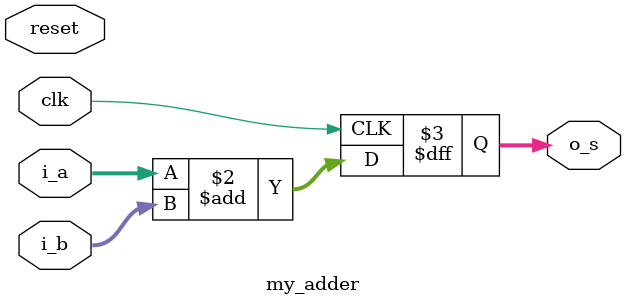
<source format=v>
module my_adder #(
	parameter WIDTH = 32
)(
	input clk,
	input reset,

	input  [WIDTH-1:0] i_a,
	input  [WIDTH-1:0] i_b,
	output reg [WIDTH-1:0] o_s
);

	// adder logic
	always @(posedge clk)
		o_s <= i_a + i_b;

endmodule
</source>
